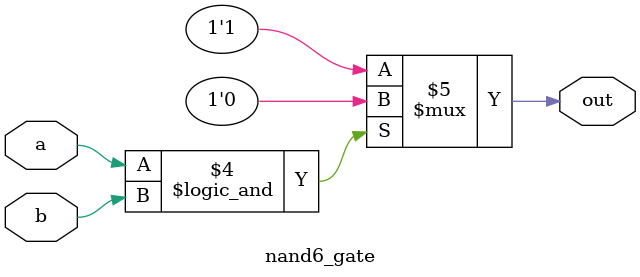
<source format=v>
module nand6_gate (
  input a,
  input b,
  output reg out
);
    always @(*) begin
        out = (a == 1'b1 && b == 1'b1) ? 1'b0 : 1'b1; // NAND using conditional expression
    end
endmodule
</source>
